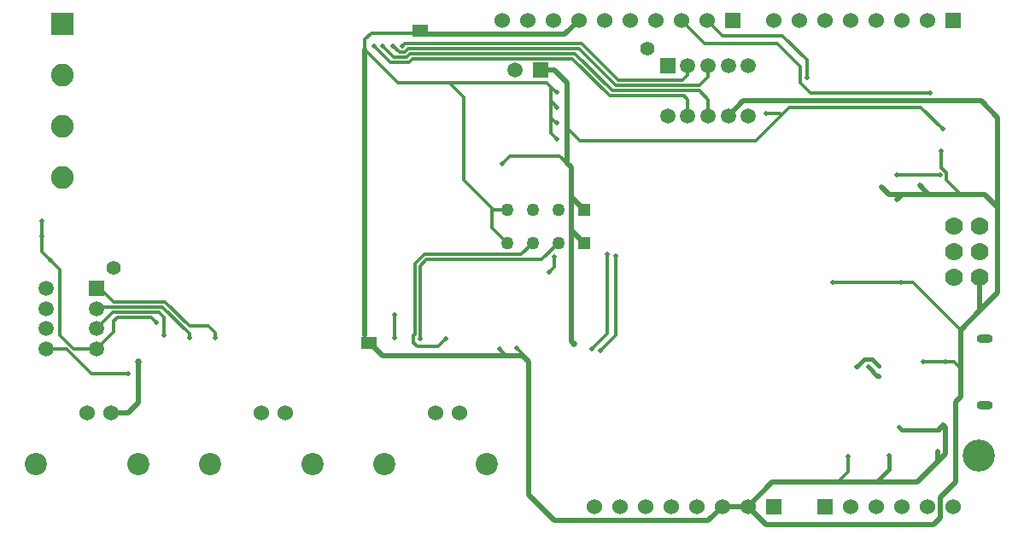
<source format=gbl>
G04 Layer_Physical_Order=2*
G04 Layer_Color=16711680*
%FSLAX25Y25*%
%MOIN*%
G70*
G01*
G75*
%ADD33C,0.02000*%
%ADD34C,0.01200*%
%ADD36C,0.01500*%
%ADD37C,0.01600*%
%ADD40R,0.06000X0.06000*%
%ADD41C,0.02000*%
%ADD42C,0.05512*%
%ADD43R,0.05906X0.05906*%
%ADD44C,0.05906*%
%ADD45R,0.08858X0.08858*%
%ADD46C,0.08858*%
%ADD47C,0.02600*%
%ADD48O,0.06299X0.03543*%
%ADD49C,0.07000*%
%ADD50C,0.06000*%
%ADD51C,0.12598*%
%ADD52R,0.05906X0.05906*%
%ADD53C,0.05000*%
%ADD54R,0.05000X0.05000*%
%ADD55C,0.08661*%
%ADD56R,0.06000X0.05000*%
D33*
X41646Y46500D02*
X48000D01*
X52000Y50500D01*
X195500Y69000D02*
X202000D01*
X147500D02*
X195500D01*
X143500Y73000D02*
X147500Y69000D01*
X202000D02*
X204500Y66500D01*
Y14500D02*
Y66500D01*
X373000Y132000D02*
X382500D01*
X360500D02*
X373000D01*
Y64000D02*
Y79000D01*
Y53000D02*
Y64000D01*
X364500Y40000D02*
X366000Y41500D01*
Y42000D01*
X367000Y41000D01*
Y30500D02*
Y41000D01*
X364000Y27500D02*
X367000Y30500D01*
X340000Y19500D02*
X356000D01*
X325000D02*
X339500D01*
X364000Y27500D02*
Y31500D01*
X356000Y19500D02*
X364000Y27500D01*
X371000Y19500D02*
Y51000D01*
X299500Y19500D02*
X325000D01*
X290000Y10000D02*
X299500Y19500D01*
X345000Y132000D02*
X350000D01*
X342000Y135000D02*
X345000Y132000D01*
X348000Y130000D02*
X350000Y132000D01*
X360500D01*
X387500Y127000D02*
Y162000D01*
Y93500D02*
Y127000D01*
X357000Y135500D02*
X360500Y132000D01*
X382500D02*
X387500Y127000D01*
X380551Y86551D02*
X387500Y93500D01*
X381000Y168500D02*
X387500Y162000D01*
X365200Y13700D02*
X371000Y19500D01*
X365200Y5700D02*
Y13700D01*
X362500Y3000D02*
X365200Y5700D01*
X297000Y3000D02*
X362500D01*
X290000Y10000D02*
X297000Y3000D01*
X371000Y51000D02*
X373000Y53000D01*
Y79000D02*
X380551Y86551D01*
Y99803D01*
X280000Y10000D02*
X290000D01*
X52000Y50500D02*
Y66500D01*
X218500Y194500D02*
X224000Y200000D01*
X209000Y180500D02*
X214500D01*
X274500Y4500D02*
X280000Y10000D01*
X204500Y14500D02*
X214500Y4500D01*
X274500D01*
X282374Y162657D02*
X288216Y168500D01*
X381000D01*
X221000Y74500D02*
X222000Y73500D01*
X221000Y117500D02*
X221500D01*
X226000Y113000D01*
X221000Y74500D02*
Y117500D01*
X162000Y196000D02*
X163500Y194500D01*
X218500D01*
X140500Y77000D02*
Y188500D01*
X221000Y131000D02*
X226000Y126000D01*
X221000Y117500D02*
Y131000D01*
Y142500D01*
X220000Y143500D02*
X221000Y142500D01*
X219500Y144000D02*
Y158000D01*
X214500Y180500D02*
X219500Y175500D01*
Y158000D02*
Y175500D01*
D34*
X229000Y71500D02*
X235000Y77500D01*
Y108500D01*
X238500Y77000D02*
Y108000D01*
X232500Y71000D02*
X238500Y77000D01*
X202000Y69000D02*
Y69756D01*
X199756Y72000D02*
X202000Y69756D01*
X193000Y71500D02*
X195500Y69000D01*
X367400Y137600D02*
X373000Y132000D01*
X367400Y137600D02*
Y140494D01*
X365500Y142394D02*
X367400Y140494D01*
X365500Y142394D02*
Y149000D01*
X354500Y97500D02*
X373000Y79000D01*
X349787Y97500D02*
X354500D01*
X323213D02*
X349787D01*
X367000Y66500D02*
X370500D01*
X358374D02*
X367000D01*
X370500D02*
X373000Y64000D01*
X325000Y19500D02*
X329000Y23500D01*
Y29500D01*
X348000Y139500D02*
X365000D01*
X310500Y175500D02*
X314500Y171500D01*
X310500Y175500D02*
Y182000D01*
X301500Y191000D02*
X310500Y182000D01*
X273000Y191000D02*
X301500D01*
X264000Y200000D02*
X273000Y191000D01*
X274000Y200000D02*
X280000Y194000D01*
X303500D01*
X313000Y184500D01*
Y177500D02*
Y184500D01*
X266626Y162657D02*
Y168874D01*
X265000Y170500D02*
X266626Y168874D01*
X236000Y170500D02*
X265000D01*
X266626Y178626D02*
Y182343D01*
X274500Y162657D02*
Y169000D01*
X271000Y172500D02*
X274500Y169000D01*
Y178000D02*
Y182343D01*
X271000Y174500D02*
X274500Y178000D01*
X17750Y106250D02*
X21500Y102500D01*
Y77000D02*
Y102500D01*
Y77000D02*
X26811Y71689D01*
X35842D01*
X33672Y62000D02*
X48000D01*
X23983Y71689D02*
X33672Y62000D01*
X16158Y71689D02*
X23983D01*
X14500Y109500D02*
X17750Y106250D01*
X14500Y109500D02*
Y115500D01*
Y121500D01*
X62000Y77000D02*
Y84000D01*
X61500Y88000D02*
X72000Y77500D01*
Y80500D02*
X79500D01*
X62500Y90000D02*
X72000Y80500D01*
X36406Y88000D02*
X61500D01*
X42500Y90000D02*
X62500D01*
X79500Y80500D02*
X82000Y78000D01*
X72000Y76000D02*
Y77500D01*
X82000Y76000D02*
Y78000D01*
X60000Y86000D02*
X62000Y84000D01*
X42279Y86000D02*
X60000D01*
X57000Y84000D02*
X59000Y82000D01*
X44000Y84000D02*
X57000D01*
X42500Y82500D02*
X44000Y84000D01*
X37189Y95311D02*
X42500Y90000D01*
Y78347D02*
Y82500D01*
X35842Y95311D02*
X37189D01*
X35842Y87437D02*
X36406Y88000D01*
X35842Y79563D02*
X42279Y86000D01*
X35842Y71689D02*
X42500Y78347D01*
X150400Y183600D02*
X157651D01*
X151900Y185600D02*
X156823D01*
X154006Y187600D02*
X155994D01*
X144000Y190000D02*
X150400Y183600D01*
X147500Y190000D02*
X151900Y185600D01*
X151500Y190106D02*
X154006Y187600D01*
X151500Y190000D02*
Y190106D01*
X314500Y171500D02*
X361000D01*
X357500Y166000D02*
X366000Y157500D01*
X239500Y176500D02*
X264500D01*
X266626Y178626D01*
X238500Y174500D02*
X271000D01*
X237000Y172500D02*
X271000D01*
X219500Y158000D02*
X224500Y153000D01*
X213000Y156000D02*
X215500Y153500D01*
X213000Y168500D02*
X215500Y166000D01*
X215000Y160000D02*
X215500D01*
X213000Y162000D02*
X215000Y160000D01*
X213000Y156000D02*
Y162000D01*
Y168500D01*
Y174000D01*
X215000Y172000D02*
X215500D01*
X213000Y174000D02*
X215000Y172000D01*
X211500Y175500D02*
X213000Y174000D01*
X140500Y188500D02*
X153500Y175500D01*
X140500Y188500D02*
Y192500D01*
X143000Y195000D01*
X160500D01*
X194000Y144000D02*
X197000Y147000D01*
X216500D01*
X224500Y153000D02*
X293000D01*
X306000Y166000D02*
X357500D01*
X302500Y163500D02*
X303000Y163000D01*
X297000Y163500D02*
X302500D01*
X293000Y153000D02*
X303000Y163000D01*
X306000Y166000D01*
X201500Y108500D02*
X206000Y113000D01*
X209500Y106500D02*
X216000Y113000D01*
X160000Y104828D02*
X163672Y108500D01*
X201500D01*
X164500Y106500D02*
X209500D01*
X169000Y72500D02*
X172000Y75500D01*
X161000Y72500D02*
X169000D01*
X159600Y73900D02*
X161000Y72500D01*
X159600Y73900D02*
Y76894D01*
X160000Y77294D01*
Y104828D01*
X162000Y75500D02*
Y104000D01*
X164500Y106500D01*
X214500Y103500D02*
Y107500D01*
X212500Y101500D02*
X214500Y103500D01*
X190000Y119000D02*
X196000Y113000D01*
X190000Y119000D02*
Y126500D01*
X221500Y185000D02*
X236000Y170500D01*
X157651Y183600D02*
X159051Y185000D01*
X222500Y187000D02*
X237000Y172500D01*
X156823Y185600D02*
X158222Y187000D01*
X224000Y189000D02*
X238500Y174500D01*
X155994Y187600D02*
X157394Y189000D01*
X225000Y191000D02*
X239500Y176500D01*
X155000Y190000D02*
X156000Y191000D01*
X225000D01*
X157394Y189000D02*
X224000D01*
X158222Y187000D02*
X222500D01*
X159051Y185000D02*
X221500D01*
X179000Y137500D02*
X190000Y126500D01*
X179000Y137500D02*
Y170000D01*
X173500Y175500D02*
X179000Y170000D01*
X153500Y175500D02*
X173500D01*
X211500D01*
X190000Y126500D02*
X190500Y126000D01*
X152000Y76000D02*
Y85000D01*
X190500Y126000D02*
X196000D01*
X216500Y147000D02*
X220000Y143500D01*
D36*
X340500Y61000D02*
X341000D01*
X338500Y67500D02*
X341000Y65000D01*
X337000Y64500D02*
X340500Y61000D01*
X332500Y64647D02*
X335353Y67500D01*
X338500D01*
D37*
X350000Y40000D02*
X364500D01*
X349000Y41000D02*
X350000Y40000D01*
X339500Y19500D02*
X340000D01*
X345000Y24500D01*
Y30000D01*
D40*
X320000Y10000D02*
D03*
X284000Y200000D02*
D03*
X370000D02*
D03*
X300000Y10000D02*
D03*
D41*
X235000Y108500D02*
D03*
X238500Y108000D02*
D03*
X143500Y73000D02*
D03*
X140500D02*
D03*
Y75000D02*
D03*
X143500D02*
D03*
X366000Y157500D02*
D03*
X365500Y149000D02*
D03*
X348000Y139500D02*
D03*
X342000Y135000D02*
D03*
X361000Y171500D02*
D03*
X313000Y177500D02*
D03*
X14500Y121500D02*
D03*
Y115500D02*
D03*
X17750Y106250D02*
D03*
X48000Y62000D02*
D03*
X59000Y82000D02*
D03*
X82000Y76000D02*
D03*
X72000D02*
D03*
X62000Y77000D02*
D03*
X215500Y153500D02*
D03*
Y160000D02*
D03*
Y166000D02*
D03*
Y172000D02*
D03*
X194000Y144000D02*
D03*
X349787Y97500D02*
D03*
X323213D02*
D03*
X152000Y85000D02*
D03*
Y76000D02*
D03*
X229000Y71500D02*
D03*
X232500Y71000D02*
D03*
X199756Y72000D02*
D03*
X193000Y71500D02*
D03*
X329000Y29500D02*
D03*
X365000Y139500D02*
D03*
X357000Y135500D02*
D03*
X348000Y130000D02*
D03*
X358374Y66500D02*
D03*
X367000D02*
D03*
X366000Y42000D02*
D03*
X349000Y41000D02*
D03*
X364500Y40000D02*
D03*
X364000Y31500D02*
D03*
X345000Y30000D02*
D03*
X341000Y65000D02*
D03*
Y61000D02*
D03*
X332500Y64647D02*
D03*
X337000Y64500D02*
D03*
X155000Y190000D02*
D03*
X151500D02*
D03*
X147500D02*
D03*
X144000D02*
D03*
X163500Y197000D02*
D03*
X160500D02*
D03*
Y195000D02*
D03*
X163500D02*
D03*
X297000Y163500D02*
D03*
X212500Y101500D02*
D03*
X162000Y75500D02*
D03*
X172000D02*
D03*
X214500Y107500D02*
D03*
D42*
X42535Y103185D02*
D03*
X250878Y189035D02*
D03*
D43*
X35842Y95311D02*
D03*
D44*
Y87437D02*
D03*
Y79563D02*
D03*
Y71689D02*
D03*
X16158D02*
D03*
Y79563D02*
D03*
Y87437D02*
D03*
Y95311D02*
D03*
X199000Y180500D02*
D03*
X266626Y182343D02*
D03*
X274500D02*
D03*
X282374D02*
D03*
X290248D02*
D03*
X258752Y162657D02*
D03*
X266626D02*
D03*
X274500D02*
D03*
X282374D02*
D03*
X290248D02*
D03*
D45*
X22500Y198500D02*
D03*
D46*
Y178500D02*
D03*
Y158500D02*
D03*
Y138500D02*
D03*
D47*
X52000Y66500D02*
D03*
X222000Y73500D02*
D03*
D48*
X382531Y49508D02*
D03*
Y75492D02*
D03*
D49*
X370551Y119803D02*
D03*
X380551D02*
D03*
X370551Y109803D02*
D03*
X380551D02*
D03*
X370551Y99803D02*
D03*
X380551D02*
D03*
D50*
X330000Y10000D02*
D03*
X340000D02*
D03*
X350000D02*
D03*
X360000D02*
D03*
X370000D02*
D03*
X274000Y200000D02*
D03*
X264000D02*
D03*
X254000D02*
D03*
X244000D02*
D03*
X234000D02*
D03*
X224000D02*
D03*
X214000D02*
D03*
X204000D02*
D03*
X194000D02*
D03*
X340000D02*
D03*
X330000D02*
D03*
X320000D02*
D03*
X310000D02*
D03*
X300000D02*
D03*
X360000D02*
D03*
X350000D02*
D03*
X270000Y10000D02*
D03*
X260000D02*
D03*
X250000D02*
D03*
X240000D02*
D03*
X230000D02*
D03*
X290000D02*
D03*
X280000D02*
D03*
X109646Y46681D02*
D03*
X100000D02*
D03*
X168000D02*
D03*
X177646D02*
D03*
X41646D02*
D03*
X32000D02*
D03*
D51*
X380000Y30000D02*
D03*
D52*
X209000Y180500D02*
D03*
X258752Y182343D02*
D03*
D53*
X196000Y113000D02*
D03*
X206000D02*
D03*
X216000D02*
D03*
Y126000D02*
D03*
X206000D02*
D03*
X196000D02*
D03*
D54*
X226000Y113000D02*
D03*
Y126000D02*
D03*
D55*
X120000Y26681D02*
D03*
X80000D02*
D03*
X148000D02*
D03*
X188000D02*
D03*
X52000D02*
D03*
X12000D02*
D03*
D56*
X142000Y74000D02*
D03*
X162000Y196000D02*
D03*
M02*

</source>
